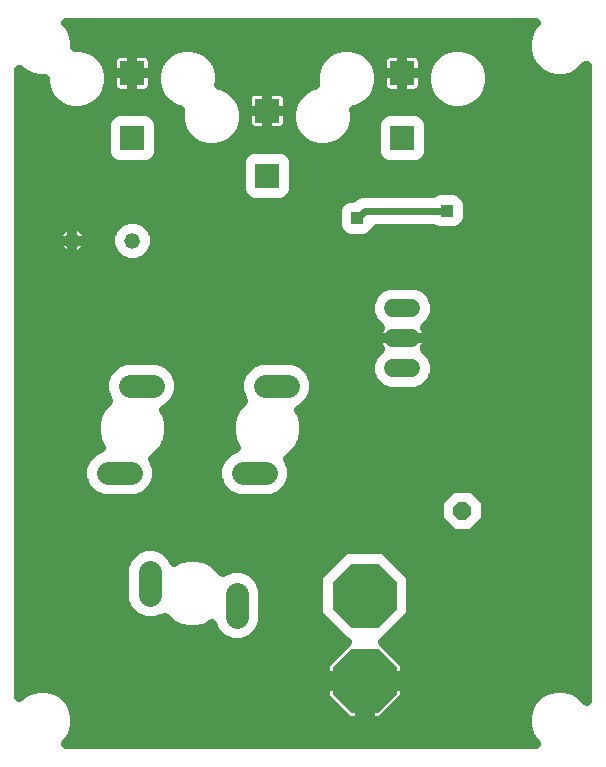
<source format=gbl>
G75*
%MOIN*%
%OFA0B0*%
%FSLAX24Y24*%
%IPPOS*%
%LPD*%
%AMOC8*
5,1,8,0,0,1.08239X$1,22.5*
%
%ADD10R,0.0827X0.0827*%
%ADD11OC8,0.0594*%
%ADD12OC8,0.0520*%
%ADD13C,0.0520*%
%ADD14C,0.0600*%
%ADD15C,0.0768*%
%ADD16OC8,0.2150*%
%ADD17C,0.0320*%
%ADD18R,0.0396X0.0396*%
%ADD19C,0.0240*%
D10*
X008850Y019517D03*
X008850Y021683D03*
X004350Y020767D03*
X004350Y022933D03*
X013350Y022933D03*
X013350Y020767D03*
D11*
X015350Y008350D03*
D12*
X002350Y017350D03*
D13*
X004350Y017350D03*
D14*
X013050Y015100D02*
X013650Y015100D01*
X013650Y014100D02*
X013050Y014100D01*
X013050Y013100D02*
X013650Y013100D01*
D15*
X009550Y012500D02*
X008782Y012500D01*
X008818Y009600D02*
X008050Y009600D01*
X005050Y012500D02*
X004282Y012500D01*
X004318Y009600D02*
X003550Y009600D01*
X004950Y006300D02*
X004950Y005532D01*
X007850Y005568D02*
X007850Y004800D01*
D16*
X012100Y005517D03*
X012100Y002683D03*
D17*
X000580Y002143D02*
X000580Y023057D01*
X000672Y022966D01*
X000923Y022820D01*
X001205Y022745D01*
X001429Y022745D01*
X001429Y022611D01*
X001502Y022338D01*
X001643Y022094D01*
X001842Y021895D01*
X002086Y021754D01*
X002359Y021681D01*
X002641Y021681D01*
X002913Y021754D01*
X003157Y021895D01*
X003356Y022094D01*
X003497Y022338D01*
X003570Y022611D01*
X003570Y022893D01*
X003497Y023165D01*
X003356Y023409D01*
X003157Y023608D01*
X002913Y023749D01*
X002641Y023822D01*
X002455Y023822D01*
X002455Y023995D01*
X002380Y024277D01*
X002234Y024528D01*
X002147Y024616D01*
X017803Y024616D01*
X017716Y024528D01*
X017570Y024277D01*
X017495Y023995D01*
X017495Y023705D01*
X017570Y023423D01*
X017716Y023172D01*
X017922Y022966D01*
X018173Y022820D01*
X018455Y022745D01*
X018745Y022745D01*
X019027Y022820D01*
X019278Y022966D01*
X019484Y023172D01*
X019490Y023182D01*
X019490Y002018D01*
X019484Y002028D01*
X019278Y002234D01*
X019027Y002380D01*
X018745Y002455D01*
X018455Y002455D01*
X018173Y002380D01*
X017922Y002234D01*
X017716Y002028D01*
X017570Y001777D01*
X017495Y001495D01*
X017495Y001205D01*
X017570Y000923D01*
X017716Y000672D01*
X017807Y000580D01*
X002143Y000580D01*
X002234Y000672D01*
X002380Y000923D01*
X002455Y001205D01*
X002455Y001495D01*
X002380Y001777D01*
X002234Y002028D01*
X002028Y002234D01*
X001777Y002380D01*
X001495Y002455D01*
X001205Y002455D01*
X000923Y002380D01*
X000672Y002234D01*
X000580Y002143D01*
X000580Y002330D02*
X000837Y002330D01*
X000580Y002648D02*
X011940Y002648D01*
X011940Y002523D02*
X010765Y002523D01*
X010765Y002130D01*
X011547Y001348D01*
X011940Y001348D01*
X011940Y002523D01*
X011940Y002843D01*
X010765Y002843D01*
X010765Y003236D01*
X011492Y003962D01*
X011456Y003962D01*
X010545Y004873D01*
X010545Y006161D01*
X011456Y007072D01*
X012744Y007072D01*
X013655Y006161D01*
X013655Y004873D01*
X012744Y003962D01*
X012708Y003962D01*
X013435Y003236D01*
X013435Y002843D01*
X012260Y002843D01*
X012260Y002523D01*
X013435Y002523D01*
X013435Y002130D01*
X012653Y001348D01*
X012260Y001348D01*
X012260Y002523D01*
X011940Y002523D01*
X011940Y002330D02*
X012260Y002330D01*
X012260Y002648D02*
X019490Y002648D01*
X019490Y002330D02*
X019113Y002330D01*
X019490Y002967D02*
X013435Y002967D01*
X013386Y003285D02*
X019490Y003285D01*
X019490Y003604D02*
X013067Y003604D01*
X012749Y003922D02*
X019490Y003922D01*
X019490Y004241D02*
X013022Y004241D01*
X013341Y004559D02*
X019490Y004559D01*
X019490Y004878D02*
X013655Y004878D01*
X013655Y005196D02*
X019490Y005196D01*
X019490Y005515D02*
X013655Y005515D01*
X013655Y005833D02*
X019490Y005833D01*
X019490Y006152D02*
X013655Y006152D01*
X013346Y006470D02*
X019490Y006470D01*
X019490Y006789D02*
X013028Y006789D01*
X014573Y008028D02*
X014573Y008672D01*
X015028Y009127D01*
X015672Y009127D01*
X016127Y008672D01*
X016127Y008028D01*
X015672Y007573D01*
X015028Y007573D01*
X014573Y008028D01*
X014573Y008063D02*
X000580Y008063D01*
X000580Y008381D02*
X014573Y008381D01*
X014601Y008700D02*
X000580Y008700D01*
X000580Y009018D02*
X002910Y009018D01*
X002818Y009111D02*
X003061Y008868D01*
X003378Y008736D01*
X004490Y008736D01*
X004807Y008868D01*
X005050Y009111D01*
X005182Y009428D01*
X005182Y009772D01*
X005050Y010089D01*
X005050Y010090D01*
X005102Y010120D01*
X005330Y010348D01*
X005492Y010627D01*
X005575Y010939D01*
X005575Y011261D01*
X005492Y011573D01*
X005410Y011714D01*
X005539Y011768D01*
X005782Y012011D01*
X005914Y012328D01*
X005914Y012672D01*
X005782Y012989D01*
X005539Y013232D01*
X005222Y013364D01*
X004110Y013364D01*
X003793Y013232D01*
X003550Y012989D01*
X003418Y012672D01*
X003418Y012328D01*
X003544Y012026D01*
X003370Y011852D01*
X003208Y011573D01*
X003125Y011261D01*
X003125Y010939D01*
X003208Y010627D01*
X003317Y010439D01*
X003061Y010332D01*
X002818Y010089D01*
X002686Y009772D01*
X002686Y009428D01*
X002818Y009111D01*
X002724Y009337D02*
X000580Y009337D01*
X000580Y009655D02*
X002686Y009655D01*
X002770Y009974D02*
X000580Y009974D01*
X000580Y010292D02*
X003020Y010292D01*
X003218Y010611D02*
X000580Y010611D01*
X000580Y010929D02*
X003128Y010929D01*
X003125Y011248D02*
X000580Y011248D01*
X000580Y011566D02*
X003207Y011566D01*
X003402Y011885D02*
X000580Y011885D01*
X000580Y012203D02*
X003470Y012203D01*
X003418Y012522D02*
X000580Y012522D01*
X000580Y012840D02*
X003488Y012840D01*
X003719Y013159D02*
X000580Y013159D01*
X000580Y013477D02*
X012362Y013477D01*
X012389Y013542D02*
X012270Y013255D01*
X012270Y012945D01*
X012389Y012658D01*
X012608Y012439D01*
X012895Y012320D01*
X013805Y012320D01*
X014092Y012439D01*
X014311Y012658D01*
X014430Y012945D01*
X014430Y013255D01*
X014311Y013542D01*
X014094Y013759D01*
X014129Y013806D01*
X014169Y013885D01*
X014196Y013969D01*
X014210Y014056D01*
X014210Y014100D01*
X014210Y014144D01*
X014196Y014231D01*
X014169Y014315D01*
X014129Y014394D01*
X014094Y014441D01*
X014311Y014658D01*
X014430Y014945D01*
X014430Y015255D01*
X014311Y015542D01*
X014092Y015761D01*
X013805Y015880D01*
X012895Y015880D01*
X012608Y015761D01*
X012389Y015542D01*
X012270Y015255D01*
X012270Y014945D01*
X012389Y014658D01*
X012606Y014441D01*
X012571Y014394D01*
X012531Y014315D01*
X012504Y014231D01*
X012490Y014144D01*
X012490Y014100D01*
X013350Y014100D01*
X014210Y014100D01*
X013350Y014100D01*
X013350Y014100D01*
X013350Y014100D01*
X012490Y014100D01*
X012490Y014056D01*
X012504Y013969D01*
X012531Y013885D01*
X012571Y013806D01*
X012606Y013759D01*
X012389Y013542D01*
X012579Y013796D02*
X000580Y013796D01*
X000580Y014114D02*
X012490Y014114D01*
X012599Y014433D02*
X000580Y014433D01*
X000580Y014751D02*
X012350Y014751D01*
X012270Y015070D02*
X000580Y015070D01*
X000580Y015388D02*
X012325Y015388D01*
X012553Y015707D02*
X000580Y015707D01*
X000580Y016025D02*
X019490Y016025D01*
X019490Y015707D02*
X014147Y015707D01*
X014375Y015388D02*
X019490Y015388D01*
X019490Y015070D02*
X014430Y015070D01*
X014350Y014751D02*
X019490Y014751D01*
X019490Y014433D02*
X014101Y014433D01*
X014210Y014114D02*
X019490Y014114D01*
X019490Y013796D02*
X014121Y013796D01*
X014338Y013477D02*
X019490Y013477D01*
X019490Y013159D02*
X014430Y013159D01*
X014387Y012840D02*
X019490Y012840D01*
X019490Y012522D02*
X014175Y012522D01*
X012525Y012522D02*
X010414Y012522D01*
X010414Y012672D02*
X010414Y012328D01*
X010282Y012011D01*
X010039Y011768D01*
X009910Y011714D01*
X009992Y011573D01*
X010075Y011261D01*
X010075Y010939D01*
X009992Y010627D01*
X009830Y010348D01*
X009602Y010120D01*
X009550Y010090D01*
X009550Y010089D01*
X009682Y009772D01*
X009682Y009428D01*
X009550Y009111D01*
X009307Y008868D01*
X008990Y008736D01*
X007878Y008736D01*
X007561Y008868D01*
X007318Y009111D01*
X007186Y009428D01*
X007186Y009772D01*
X007318Y010089D01*
X007561Y010332D01*
X007817Y010439D01*
X007708Y010627D01*
X007625Y010939D01*
X007625Y011261D01*
X007708Y011573D01*
X007870Y011852D01*
X008044Y012026D01*
X007918Y012328D01*
X007918Y012672D01*
X008050Y012989D01*
X008293Y013232D01*
X008610Y013364D01*
X009722Y013364D01*
X010039Y013232D01*
X010282Y012989D01*
X010414Y012672D01*
X010344Y012840D02*
X012313Y012840D01*
X012270Y013159D02*
X010113Y013159D01*
X010362Y012203D02*
X019490Y012203D01*
X019490Y011885D02*
X010156Y011885D01*
X009993Y011566D02*
X019490Y011566D01*
X019490Y011248D02*
X010075Y011248D01*
X010072Y010929D02*
X019490Y010929D01*
X019490Y010611D02*
X009982Y010611D01*
X009774Y010292D02*
X019490Y010292D01*
X019490Y009974D02*
X009598Y009974D01*
X009682Y009655D02*
X019490Y009655D01*
X019490Y009337D02*
X009644Y009337D01*
X009457Y009018D02*
X014919Y009018D01*
X015781Y009018D02*
X019490Y009018D01*
X019490Y008700D02*
X016099Y008700D01*
X016127Y008381D02*
X019490Y008381D01*
X019490Y008063D02*
X016127Y008063D01*
X015843Y007744D02*
X019490Y007744D01*
X019490Y007426D02*
X000580Y007426D01*
X000580Y007744D02*
X014857Y007744D01*
X011451Y003922D02*
X000580Y003922D01*
X000580Y003604D02*
X011133Y003604D01*
X010814Y003285D02*
X000580Y003285D01*
X000580Y002967D02*
X010765Y002967D01*
X010765Y002330D02*
X001863Y002330D01*
X002244Y002011D02*
X010884Y002011D01*
X011202Y001693D02*
X002402Y001693D01*
X002455Y001374D02*
X011521Y001374D01*
X011940Y001374D02*
X012260Y001374D01*
X012260Y001693D02*
X011940Y001693D01*
X011940Y002011D02*
X012260Y002011D01*
X012679Y001374D02*
X017495Y001374D01*
X017535Y001056D02*
X002415Y001056D01*
X002272Y000737D02*
X017678Y000737D01*
X017548Y001693D02*
X012998Y001693D01*
X013316Y002011D02*
X017706Y002011D01*
X018087Y002330D02*
X013435Y002330D01*
X011178Y004241D02*
X008512Y004241D01*
X008582Y004311D02*
X008714Y004628D01*
X008714Y005740D01*
X008582Y006057D01*
X008339Y006300D01*
X008022Y006432D01*
X007678Y006432D01*
X007361Y006300D01*
X007360Y006300D01*
X007330Y006352D01*
X007102Y006580D01*
X006823Y006742D01*
X006511Y006825D01*
X006189Y006825D01*
X005877Y006742D01*
X005736Y006660D01*
X005682Y006789D01*
X005439Y007032D01*
X005122Y007164D01*
X004778Y007164D01*
X004461Y007032D01*
X004218Y006789D01*
X004086Y006472D01*
X004086Y005360D01*
X004218Y005043D01*
X004461Y004800D01*
X004778Y004668D01*
X005122Y004668D01*
X005424Y004794D01*
X005598Y004620D01*
X005877Y004458D01*
X006189Y004375D01*
X006511Y004375D01*
X006823Y004458D01*
X007011Y004567D01*
X007118Y004311D01*
X007361Y004068D01*
X007678Y003936D01*
X008022Y003936D01*
X008339Y004068D01*
X008582Y004311D01*
X008685Y004559D02*
X010859Y004559D01*
X010545Y004878D02*
X008714Y004878D01*
X008714Y005196D02*
X010545Y005196D01*
X010545Y005515D02*
X008714Y005515D01*
X008675Y005833D02*
X010545Y005833D01*
X010545Y006152D02*
X008488Y006152D01*
X007212Y006470D02*
X010854Y006470D01*
X011172Y006789D02*
X006647Y006789D01*
X006053Y006789D02*
X005683Y006789D01*
X005259Y007107D02*
X019490Y007107D01*
X019490Y016344D02*
X000580Y016344D01*
X000580Y016662D02*
X004077Y016662D01*
X004203Y016610D02*
X004497Y016610D01*
X004769Y016723D01*
X004977Y016931D01*
X005090Y017203D01*
X005090Y017497D01*
X004977Y017769D01*
X004769Y017977D01*
X004497Y018090D01*
X004203Y018090D01*
X003931Y017977D01*
X003723Y017769D01*
X003610Y017497D01*
X003610Y017203D01*
X003723Y016931D01*
X003931Y016723D01*
X004203Y016610D01*
X004623Y016662D02*
X019490Y016662D01*
X019490Y016981D02*
X004998Y016981D01*
X005090Y017299D02*
X019490Y017299D01*
X019490Y017618D02*
X012443Y017618D01*
X012455Y017630D02*
X012505Y017750D01*
X014375Y017750D01*
X014380Y017745D01*
X014556Y017672D01*
X015144Y017672D01*
X015320Y017745D01*
X015455Y017880D01*
X015528Y018056D01*
X015528Y018644D01*
X015455Y018820D01*
X015320Y018955D01*
X015144Y019028D01*
X014556Y019028D01*
X014380Y018955D01*
X014375Y018950D01*
X011981Y018950D01*
X011760Y018859D01*
X011680Y018778D01*
X011556Y018778D01*
X011380Y018705D01*
X011245Y018570D01*
X011172Y018394D01*
X011172Y017806D01*
X011245Y017630D01*
X011380Y017495D01*
X011556Y017422D01*
X012144Y017422D01*
X012320Y017495D01*
X012455Y017630D01*
X011839Y018892D02*
X009695Y018892D01*
X009670Y018832D02*
X009743Y019008D01*
X009743Y020026D01*
X009670Y020203D01*
X009535Y020338D01*
X009359Y020411D01*
X008341Y020411D01*
X008165Y020338D01*
X008030Y020203D01*
X007957Y020026D01*
X007957Y019008D01*
X008030Y018832D01*
X008165Y018697D01*
X008341Y018624D01*
X009359Y018624D01*
X009535Y018697D01*
X009670Y018832D01*
X009743Y019210D02*
X019490Y019210D01*
X019490Y019529D02*
X009743Y019529D01*
X009743Y019847D02*
X019490Y019847D01*
X019490Y020166D02*
X014205Y020166D01*
X014170Y020082D02*
X014243Y020258D01*
X014243Y021276D01*
X014170Y021453D01*
X014035Y021588D01*
X013859Y021661D01*
X012841Y021661D01*
X012665Y021588D01*
X012530Y021453D01*
X012457Y021276D01*
X012457Y020258D01*
X012530Y020082D01*
X012665Y019947D01*
X012841Y019874D01*
X013859Y019874D01*
X014035Y019947D01*
X014170Y020082D01*
X014243Y020484D02*
X019490Y020484D01*
X019490Y020803D02*
X014243Y020803D01*
X014243Y021121D02*
X019490Y021121D01*
X019490Y021440D02*
X014176Y021440D01*
X014543Y021895D02*
X014344Y022094D01*
X014203Y022338D01*
X014130Y022611D01*
X014130Y022893D01*
X014203Y023165D01*
X014344Y023409D01*
X014543Y023608D01*
X014787Y023749D01*
X015059Y023822D01*
X015341Y023822D01*
X015614Y023749D01*
X015858Y023608D01*
X016057Y023409D01*
X016198Y023165D01*
X016271Y022893D01*
X016271Y022611D01*
X016198Y022338D01*
X016057Y022094D01*
X015858Y021895D01*
X015614Y021754D01*
X015341Y021681D01*
X015059Y021681D01*
X014787Y021754D01*
X014543Y021895D01*
X014361Y022077D02*
X012339Y022077D01*
X012356Y022094D02*
X012497Y022338D01*
X012570Y022611D01*
X012570Y022893D01*
X012497Y023165D01*
X012356Y023409D01*
X012157Y023608D01*
X011913Y023749D01*
X011641Y023822D01*
X011359Y023822D01*
X011086Y023749D01*
X010842Y023608D01*
X010643Y023409D01*
X010502Y023165D01*
X010429Y022893D01*
X010429Y022611D01*
X010447Y022542D01*
X010287Y022499D01*
X010043Y022358D01*
X009844Y022159D01*
X009703Y021915D01*
X009630Y021643D01*
X009630Y021361D01*
X009703Y021088D01*
X009844Y020844D01*
X010043Y020645D01*
X010287Y020504D01*
X010559Y020431D01*
X010841Y020431D01*
X011114Y020504D01*
X011358Y020645D01*
X011557Y020844D01*
X011698Y021088D01*
X011771Y021361D01*
X011771Y021643D01*
X011753Y021711D01*
X011913Y021754D01*
X012157Y021895D01*
X012356Y022094D01*
X012512Y022395D02*
X012707Y022395D01*
X012706Y022396D02*
X012735Y022354D01*
X012771Y022317D01*
X012813Y022289D01*
X012861Y022269D01*
X012911Y022259D01*
X013350Y022259D01*
X013350Y022933D01*
X013350Y023606D01*
X013789Y023606D01*
X013839Y023596D01*
X013887Y023576D01*
X013929Y023548D01*
X013965Y023512D01*
X013994Y023469D01*
X014013Y023422D01*
X014023Y023372D01*
X014023Y022933D01*
X013350Y022933D01*
X013350Y022933D01*
X013350Y023606D01*
X012911Y023606D01*
X012861Y023596D01*
X012813Y023576D01*
X012771Y023548D01*
X012735Y023512D01*
X012706Y023469D01*
X012687Y023422D01*
X012677Y023372D01*
X012677Y022933D01*
X013350Y022933D01*
X013350Y022933D01*
X013350Y022933D01*
X014023Y022933D01*
X014023Y022494D01*
X014013Y022443D01*
X013994Y022396D01*
X013965Y022354D01*
X013929Y022317D01*
X013887Y022289D01*
X013839Y022269D01*
X013789Y022259D01*
X013350Y022259D01*
X013350Y022933D01*
X012677Y022933D01*
X012677Y022494D01*
X012687Y022443D01*
X012706Y022396D01*
X012677Y022714D02*
X012570Y022714D01*
X012533Y023032D02*
X012677Y023032D01*
X012677Y023351D02*
X012390Y023351D01*
X012052Y023669D02*
X014648Y023669D01*
X014310Y023351D02*
X014023Y023351D01*
X014023Y023032D02*
X014167Y023032D01*
X014130Y022714D02*
X014023Y022714D01*
X013993Y022395D02*
X014188Y022395D01*
X014780Y021758D02*
X011920Y021758D01*
X011771Y021440D02*
X012524Y021440D01*
X012457Y021121D02*
X011707Y021121D01*
X011515Y020803D02*
X012457Y020803D01*
X012457Y020484D02*
X011039Y020484D01*
X010362Y020484D02*
X007338Y020484D01*
X007413Y020504D02*
X007657Y020645D01*
X007856Y020844D01*
X007997Y021088D01*
X008070Y021361D01*
X008070Y021643D01*
X007997Y021915D01*
X007856Y022159D01*
X007657Y022358D01*
X007413Y022499D01*
X007253Y022542D01*
X007271Y022611D01*
X007271Y022893D01*
X007198Y023165D01*
X007057Y023409D01*
X006858Y023608D01*
X006614Y023749D01*
X006341Y023822D01*
X006059Y023822D01*
X005787Y023749D01*
X005543Y023608D01*
X005344Y023409D01*
X005203Y023165D01*
X005130Y022893D01*
X005130Y022611D01*
X005203Y022338D01*
X005344Y022094D01*
X005543Y021895D01*
X005787Y021754D01*
X005947Y021711D01*
X005929Y021643D01*
X005929Y021361D01*
X006002Y021088D01*
X006143Y020844D01*
X006342Y020645D01*
X006586Y020504D01*
X006859Y020431D01*
X007141Y020431D01*
X007413Y020504D01*
X007815Y020803D02*
X009885Y020803D01*
X009694Y021121D02*
X009477Y021121D01*
X009465Y021104D02*
X009494Y021146D01*
X009513Y021193D01*
X009523Y021244D01*
X009523Y021683D01*
X009523Y022122D01*
X009513Y022172D01*
X009494Y022219D01*
X009465Y022262D01*
X009429Y022298D01*
X009387Y022326D01*
X009339Y022346D01*
X009289Y022356D01*
X008850Y022356D01*
X008411Y022356D01*
X008361Y022346D01*
X008313Y022326D01*
X008271Y022298D01*
X008235Y022262D01*
X008206Y022219D01*
X008187Y022172D01*
X008177Y022122D01*
X008177Y021683D01*
X008850Y021683D01*
X008850Y022356D01*
X008850Y021683D01*
X008850Y021683D01*
X009523Y021683D01*
X008850Y021683D01*
X008850Y021683D01*
X008850Y021683D01*
X008177Y021683D01*
X008177Y021244D01*
X008187Y021193D01*
X008206Y021146D01*
X008235Y021104D01*
X008271Y021067D01*
X008313Y021039D01*
X008361Y021019D01*
X008411Y021009D01*
X008850Y021009D01*
X008850Y021683D01*
X008850Y021009D01*
X009289Y021009D01*
X009339Y021019D01*
X009387Y021039D01*
X009429Y021067D01*
X009465Y021104D01*
X009523Y021440D02*
X009630Y021440D01*
X009661Y021758D02*
X009523Y021758D01*
X009523Y022077D02*
X009796Y022077D01*
X010107Y022395D02*
X007593Y022395D01*
X007904Y022077D02*
X008177Y022077D01*
X008177Y021758D02*
X008039Y021758D01*
X008070Y021440D02*
X008177Y021440D01*
X008223Y021121D02*
X008006Y021121D01*
X008014Y020166D02*
X005205Y020166D01*
X005170Y020082D02*
X005035Y019947D01*
X004859Y019874D01*
X003841Y019874D01*
X003665Y019947D01*
X003530Y020082D01*
X003457Y020258D01*
X003457Y021276D01*
X003530Y021453D01*
X003665Y021588D01*
X003841Y021661D01*
X004859Y021661D01*
X005035Y021588D01*
X005170Y021453D01*
X005243Y021276D01*
X005243Y020258D01*
X005170Y020082D01*
X005243Y020484D02*
X006661Y020484D01*
X006185Y020803D02*
X005243Y020803D01*
X005243Y021121D02*
X005993Y021121D01*
X005929Y021440D02*
X005176Y021440D01*
X005361Y022077D02*
X003339Y022077D01*
X003512Y022395D02*
X003707Y022395D01*
X003706Y022396D02*
X003735Y022354D01*
X003771Y022317D01*
X003813Y022289D01*
X003861Y022269D01*
X003911Y022259D01*
X004350Y022259D01*
X004350Y022933D01*
X004350Y023606D01*
X004789Y023606D01*
X004839Y023596D01*
X004887Y023576D01*
X004929Y023548D01*
X004965Y023512D01*
X004994Y023469D01*
X005013Y023422D01*
X005023Y023372D01*
X005023Y022933D01*
X004350Y022933D01*
X004350Y022933D01*
X004350Y023606D01*
X003911Y023606D01*
X003861Y023596D01*
X003813Y023576D01*
X003771Y023548D01*
X003735Y023512D01*
X003706Y023469D01*
X003687Y023422D01*
X003677Y023372D01*
X003677Y022933D01*
X004350Y022933D01*
X004350Y022933D01*
X004350Y022933D01*
X005023Y022933D01*
X005023Y022494D01*
X005013Y022443D01*
X004994Y022396D01*
X004965Y022354D01*
X004929Y022317D01*
X004887Y022289D01*
X004839Y022269D01*
X004789Y022259D01*
X004350Y022259D01*
X004350Y022933D01*
X003677Y022933D01*
X003677Y022494D01*
X003687Y022443D01*
X003706Y022396D01*
X003677Y022714D02*
X003570Y022714D01*
X003533Y023032D02*
X003677Y023032D01*
X003677Y023351D02*
X003390Y023351D01*
X003052Y023669D02*
X005648Y023669D01*
X005310Y023351D02*
X005023Y023351D01*
X005023Y023032D02*
X005167Y023032D01*
X005130Y022714D02*
X005023Y022714D01*
X004993Y022395D02*
X005188Y022395D01*
X005780Y021758D02*
X002920Y021758D01*
X003524Y021440D02*
X000580Y021440D01*
X000580Y021758D02*
X002079Y021758D01*
X001661Y022077D02*
X000580Y022077D01*
X000580Y022395D02*
X001487Y022395D01*
X001429Y022714D02*
X000580Y022714D01*
X000580Y023032D02*
X000605Y023032D01*
X000580Y021121D02*
X003457Y021121D01*
X003457Y020803D02*
X000580Y020803D01*
X000580Y020484D02*
X003457Y020484D01*
X003495Y020166D02*
X000580Y020166D01*
X000580Y019847D02*
X007957Y019847D01*
X007957Y019529D02*
X000580Y019529D01*
X000580Y019210D02*
X007957Y019210D01*
X008005Y018892D02*
X000580Y018892D01*
X000580Y018573D02*
X011248Y018573D01*
X011172Y018255D02*
X000580Y018255D01*
X000580Y017936D02*
X003889Y017936D01*
X003660Y017618D02*
X002818Y017618D01*
X002870Y017565D02*
X002565Y017870D01*
X002350Y017870D01*
X002350Y017350D01*
X002870Y017350D01*
X002870Y017565D01*
X002870Y017350D02*
X002350Y017350D01*
X002350Y017350D01*
X002350Y017350D01*
X002350Y016830D01*
X002565Y016830D01*
X002870Y017135D01*
X002870Y017350D01*
X002870Y017299D02*
X003610Y017299D01*
X003702Y016981D02*
X002716Y016981D01*
X002350Y016981D02*
X002350Y016981D01*
X002350Y016830D02*
X002135Y016830D01*
X001830Y017135D01*
X001830Y017350D01*
X002350Y017350D01*
X002350Y017350D01*
X002350Y017350D01*
X002350Y017870D01*
X002135Y017870D01*
X001830Y017565D01*
X001830Y017350D01*
X002350Y017350D01*
X002350Y016830D01*
X001984Y016981D02*
X000580Y016981D01*
X000580Y017299D02*
X001830Y017299D01*
X001882Y017618D02*
X000580Y017618D01*
X002350Y017618D02*
X002350Y017618D01*
X002350Y017299D02*
X002350Y017299D01*
X004811Y017936D02*
X011172Y017936D01*
X011257Y017618D02*
X005040Y017618D01*
X005613Y013159D02*
X008219Y013159D01*
X007988Y012840D02*
X005844Y012840D01*
X005914Y012522D02*
X007918Y012522D01*
X007970Y012203D02*
X005862Y012203D01*
X005656Y011885D02*
X007902Y011885D01*
X007707Y011566D02*
X005493Y011566D01*
X005575Y011248D02*
X007625Y011248D01*
X007628Y010929D02*
X005572Y010929D01*
X005482Y010611D02*
X007718Y010611D01*
X007520Y010292D02*
X005274Y010292D01*
X005098Y009974D02*
X007270Y009974D01*
X007186Y009655D02*
X005182Y009655D01*
X005144Y009337D02*
X007224Y009337D01*
X007410Y009018D02*
X004957Y009018D01*
X004641Y007107D02*
X000580Y007107D01*
X000580Y006789D02*
X004217Y006789D01*
X004086Y006470D02*
X000580Y006470D01*
X000580Y006152D02*
X004086Y006152D01*
X004086Y005833D02*
X000580Y005833D01*
X000580Y005515D02*
X004086Y005515D01*
X004154Y005196D02*
X000580Y005196D01*
X000580Y004878D02*
X004383Y004878D01*
X005703Y004559D02*
X000580Y004559D01*
X000580Y004241D02*
X007188Y004241D01*
X007015Y004559D02*
X006997Y004559D01*
X015478Y017936D02*
X019490Y017936D01*
X019490Y018255D02*
X015528Y018255D01*
X015528Y018573D02*
X019490Y018573D01*
X019490Y018892D02*
X015384Y018892D01*
X015621Y021758D02*
X019490Y021758D01*
X019490Y022077D02*
X016039Y022077D01*
X016213Y022395D02*
X019490Y022395D01*
X019490Y022714D02*
X016271Y022714D01*
X016234Y023032D02*
X017855Y023032D01*
X017612Y023351D02*
X016091Y023351D01*
X015752Y023669D02*
X017505Y023669D01*
X017495Y023988D02*
X002455Y023988D01*
X002363Y024306D02*
X017587Y024306D01*
X019345Y023032D02*
X019490Y023032D01*
X013350Y023032D02*
X013350Y023032D01*
X013350Y022933D02*
X013350Y022933D01*
X013350Y022714D02*
X013350Y022714D01*
X013350Y022395D02*
X013350Y022395D01*
X013350Y023351D02*
X013350Y023351D01*
X010948Y023669D02*
X006752Y023669D01*
X007091Y023351D02*
X010609Y023351D01*
X010466Y023032D02*
X007234Y023032D01*
X007271Y022714D02*
X010429Y022714D01*
X008850Y022077D02*
X008850Y022077D01*
X008850Y021758D02*
X008850Y021758D01*
X008850Y021683D02*
X008850Y021683D01*
X008850Y021440D02*
X008850Y021440D01*
X008850Y021121D02*
X008850Y021121D01*
X009686Y020166D02*
X012495Y020166D01*
X004350Y022395D02*
X004350Y022395D01*
X004350Y022714D02*
X004350Y022714D01*
X004350Y022933D02*
X004350Y022933D01*
X004350Y023032D02*
X004350Y023032D01*
X004350Y023351D02*
X004350Y023351D01*
D18*
X007100Y016350D03*
X011850Y018100D03*
X014850Y018350D03*
D19*
X012100Y018350D01*
X011850Y018100D01*
M02*

</source>
